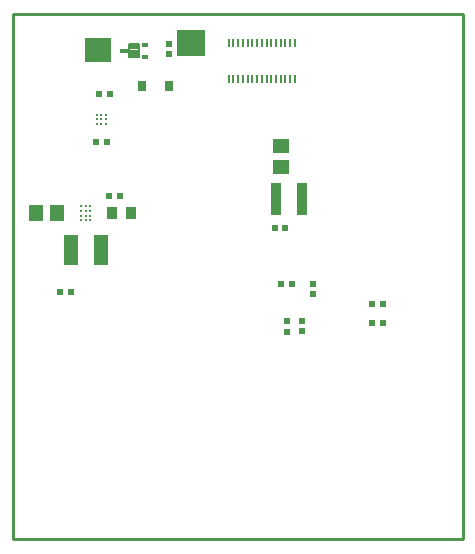
<source format=gbr>
G04 EAGLE Gerber RS-274X export*
G75*
%MOMM*%
%FSLAX34Y34*%
%LPD*%
%INSolderpaste Bottom*%
%IPPOS*%
%AMOC8*
5,1,8,0,0,1.08239X$1,22.5*%
G01*
%ADD10R,1.450000X1.150000*%
%ADD11R,0.620000X0.620000*%
%ADD12R,0.950000X1.000000*%
%ADD13R,1.150000X1.450000*%
%ADD14R,2.489200X2.235200*%
%ADD15R,0.187963X0.685800*%
%ADD16R,1.308100X2.540000*%
%ADD17R,0.500000X0.309213*%
%ADD18R,0.650000X0.309213*%
%ADD19C,0.200000*%
%ADD20R,0.500000X0.500000*%
%ADD21C,0.243841*%
%ADD22C,0.240031*%
%ADD23R,0.800000X0.900000*%
%ADD24R,2.235200X2.057400*%
%ADD25R,0.812800X2.667000*%
%ADD26C,0.254000*%


D10*
X227330Y315358D03*
X227330Y333358D03*
D11*
X236148Y216154D03*
X227148Y216154D03*
X230560Y263398D03*
X221560Y263398D03*
X81970Y376682D03*
X72970Y376682D03*
X79430Y336550D03*
X70430Y336550D03*
X304364Y183388D03*
X313364Y183388D03*
X304364Y198882D03*
X313364Y198882D03*
X232410Y184586D03*
X232410Y175586D03*
X254000Y207336D03*
X254000Y216336D03*
X244856Y185094D03*
X244856Y176094D03*
X81352Y290830D03*
X90352Y290830D03*
D12*
X83948Y276098D03*
X99948Y276098D03*
D13*
X37702Y275844D03*
X19702Y275844D03*
D14*
X150876Y420116D03*
D15*
X210820Y420497D03*
X206820Y420497D03*
X202820Y420497D03*
X198820Y420497D03*
X194820Y420497D03*
X190820Y420497D03*
X186820Y420497D03*
X182820Y420497D03*
X238820Y420497D03*
X234820Y420497D03*
X230820Y420497D03*
X226820Y420497D03*
X222820Y420497D03*
X218820Y420497D03*
X214820Y420497D03*
X210820Y389763D03*
X206820Y389763D03*
X202820Y389763D03*
X198820Y389763D03*
X194820Y389763D03*
X190820Y389763D03*
X186820Y389763D03*
X182820Y389763D03*
X238820Y389763D03*
X234820Y389763D03*
X230820Y389763D03*
X226820Y389763D03*
X222820Y389763D03*
X218820Y389763D03*
X214820Y389763D03*
D16*
X74295Y245110D03*
X49149Y245110D03*
D17*
X111616Y418512D03*
D18*
X94366Y413512D03*
D17*
X111616Y408512D03*
D19*
X98616Y408012D02*
X98616Y419012D01*
X106616Y419012D01*
X106616Y408012D01*
X98616Y408012D01*
X98616Y409912D02*
X106616Y409912D01*
X106616Y411812D02*
X98616Y411812D01*
X98616Y413712D02*
X106616Y413712D01*
X106616Y415612D02*
X98616Y415612D01*
X98616Y417512D02*
X106616Y417512D01*
D20*
X132334Y419536D03*
X132334Y410536D03*
X49204Y209296D03*
X40204Y209296D03*
D21*
X65722Y270098D03*
X65722Y274098D03*
X65722Y278098D03*
X65722Y282098D03*
X61722Y270098D03*
X61722Y274098D03*
X61722Y278098D03*
X61722Y282098D03*
X57722Y270098D03*
X57722Y274098D03*
X57722Y278098D03*
X57722Y282098D03*
D22*
X78930Y359600D03*
X74930Y359600D03*
X70930Y359600D03*
X78930Y355600D03*
X74930Y355600D03*
X70930Y355600D03*
X78930Y351600D03*
X74930Y351600D03*
X70930Y351600D03*
D23*
X109150Y383794D03*
X132150Y383794D03*
D24*
X72390Y414147D03*
D25*
X244934Y287782D03*
X222934Y287782D03*
D26*
X0Y0D02*
X381000Y0D01*
X381000Y444500D01*
X0Y444500D01*
X0Y0D01*
M02*

</source>
